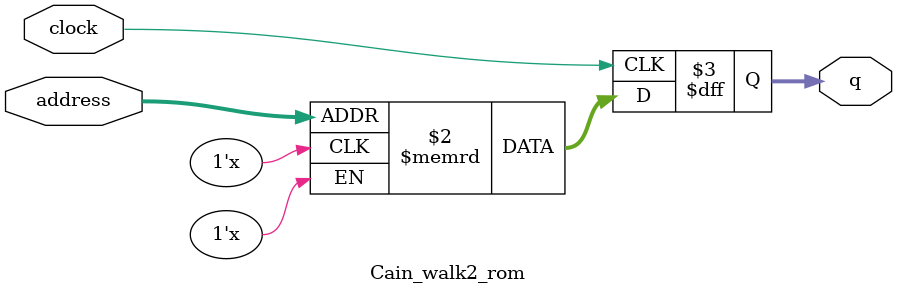
<source format=sv>
module Cain_walk2_rom (
	input logic clock,
	input logic [7:0] address,
	output logic [1:0] q
);

logic [1:0] memory [0:255] /* synthesis ram_init_file = "./Cain_walk2/Cain_walk2.mif" */;

always_ff @ (posedge clock) begin
	q <= memory[address];
end

endmodule

</source>
